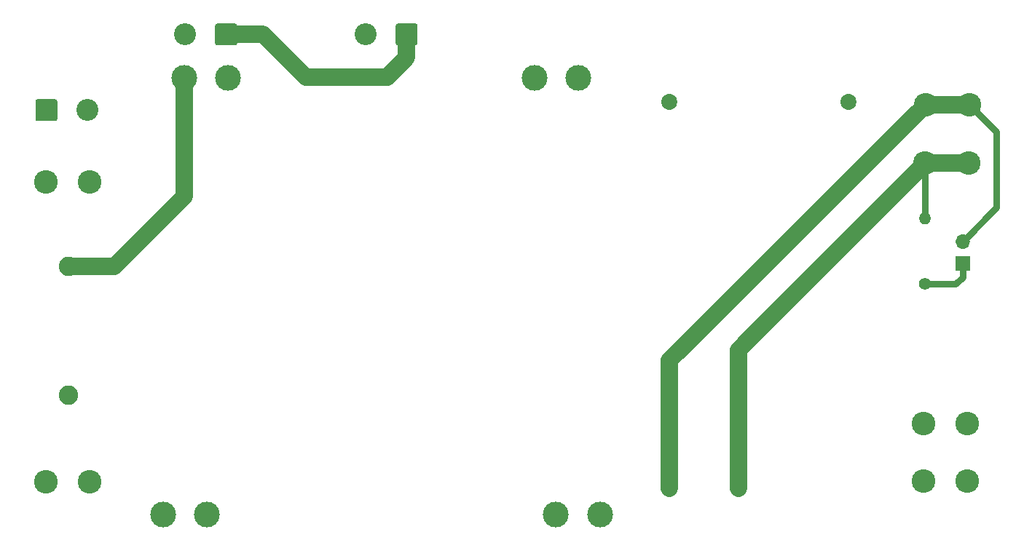
<source format=gbl>
G04 #@! TF.GenerationSoftware,KiCad,Pcbnew,(5.1.6)-1*
G04 #@! TF.CreationDate,2022-02-26T06:54:02-05:00*
G04 #@! TF.ProjectId,C64-PSU-NA,4336342d-5053-4552-9d4e-412e6b696361,rev?*
G04 #@! TF.SameCoordinates,Original*
G04 #@! TF.FileFunction,Copper,L2,Bot*
G04 #@! TF.FilePolarity,Positive*
%FSLAX46Y46*%
G04 Gerber Fmt 4.6, Leading zero omitted, Abs format (unit mm)*
G04 Created by KiCad (PCBNEW (5.1.6)-1) date 2022-02-26 06:54:02*
%MOMM*%
%LPD*%
G01*
G04 APERTURE LIST*
G04 #@! TA.AperFunction,ComponentPad*
%ADD10C,3.000000*%
G04 #@! TD*
G04 #@! TA.AperFunction,ComponentPad*
%ADD11C,2.250000*%
G04 #@! TD*
G04 #@! TA.AperFunction,ComponentPad*
%ADD12C,2.745000*%
G04 #@! TD*
G04 #@! TA.AperFunction,ComponentPad*
%ADD13R,1.700000X1.700000*%
G04 #@! TD*
G04 #@! TA.AperFunction,ComponentPad*
%ADD14O,1.700000X1.700000*%
G04 #@! TD*
G04 #@! TA.AperFunction,ComponentPad*
%ADD15C,1.860000*%
G04 #@! TD*
G04 #@! TA.AperFunction,ComponentPad*
%ADD16C,1.400000*%
G04 #@! TD*
G04 #@! TA.AperFunction,ComponentPad*
%ADD17O,1.400000X1.400000*%
G04 #@! TD*
G04 #@! TA.AperFunction,ComponentPad*
%ADD18C,2.550000*%
G04 #@! TD*
G04 #@! TA.AperFunction,Conductor*
%ADD19C,2.000000*%
G04 #@! TD*
G04 #@! TA.AperFunction,Conductor*
%ADD20C,0.750000*%
G04 #@! TD*
G04 APERTURE END LIST*
D10*
X96699400Y-121276800D03*
X101799400Y-121276800D03*
X142399400Y-121276800D03*
X147499400Y-121276800D03*
X144999400Y-70476800D03*
X139899400Y-70476800D03*
X104299400Y-70476800D03*
X99199400Y-70476800D03*
D11*
X85699600Y-107449000D03*
X85699600Y-92449000D03*
D12*
X83134200Y-117525800D03*
X88214200Y-117525800D03*
X88214200Y-82626200D03*
X83134200Y-82626200D03*
X185343800Y-80416400D03*
X190423800Y-80416400D03*
X190449200Y-73634600D03*
X185369200Y-73634600D03*
X185115200Y-117449600D03*
X190195200Y-117449600D03*
X190220600Y-110769400D03*
X185140600Y-110769400D03*
D13*
X189687200Y-92075000D03*
D14*
X189687200Y-89535000D03*
D15*
X163614400Y-118288200D03*
X155614400Y-118288200D03*
X176414400Y-73288200D03*
X155614400Y-73288200D03*
D16*
X185343800Y-94462600D03*
D17*
X185343800Y-86842600D03*
G04 #@! TA.AperFunction,ComponentPad*
G36*
G01*
X105338800Y-64430799D02*
X105338800Y-66480801D01*
G75*
G02*
X105088801Y-66730800I-249999J0D01*
G01*
X103038799Y-66730800D01*
G75*
G02*
X102788800Y-66480801I0J249999D01*
G01*
X102788800Y-64430799D01*
G75*
G02*
X103038799Y-64180800I249999J0D01*
G01*
X105088801Y-64180800D01*
G75*
G02*
X105338800Y-64430799I0J-249999D01*
G01*
G37*
G04 #@! TD.AperFunction*
D18*
X99263800Y-65455800D03*
X87959600Y-74269600D03*
G04 #@! TA.AperFunction,ComponentPad*
G36*
G01*
X81884600Y-75294601D02*
X81884600Y-73244599D01*
G75*
G02*
X82134599Y-72994600I249999J0D01*
G01*
X84184601Y-72994600D01*
G75*
G02*
X84434600Y-73244599I0J-249999D01*
G01*
X84434600Y-75294601D01*
G75*
G02*
X84184601Y-75544600I-249999J0D01*
G01*
X82134599Y-75544600D01*
G75*
G02*
X81884600Y-75294601I0J249999D01*
G01*
G37*
G04 #@! TD.AperFunction*
G04 #@! TA.AperFunction,ComponentPad*
G36*
G01*
X126319200Y-64430799D02*
X126319200Y-66480801D01*
G75*
G02*
X126069201Y-66730800I-249999J0D01*
G01*
X124019199Y-66730800D01*
G75*
G02*
X123769200Y-66480801I0J249999D01*
G01*
X123769200Y-64430799D01*
G75*
G02*
X124019199Y-64180800I249999J0D01*
G01*
X126069201Y-64180800D01*
G75*
G02*
X126319200Y-64430799I0J-249999D01*
G01*
G37*
G04 #@! TD.AperFunction*
X120244200Y-65455800D03*
D19*
X190423800Y-80416400D02*
X185343800Y-80416400D01*
X163614400Y-102145800D02*
X185343800Y-80416400D01*
X163614400Y-118288200D02*
X163614400Y-102145800D01*
D20*
X185343800Y-80416400D02*
X185343800Y-86842600D01*
D19*
X190449200Y-73634600D02*
X185369200Y-73634600D01*
X155614400Y-103389400D02*
X155614400Y-118288200D01*
X185369200Y-73634600D02*
X155614400Y-103389400D01*
D20*
X189687200Y-89535000D02*
X193598800Y-85623400D01*
X193598800Y-76784200D02*
X190449200Y-73634600D01*
X193598800Y-85623400D02*
X193598800Y-76784200D01*
X185343800Y-94462600D02*
X188899800Y-94462600D01*
X189687200Y-93675200D02*
X189687200Y-92075000D01*
X188899800Y-94462600D02*
X189687200Y-93675200D01*
D19*
X91040600Y-92449000D02*
X85699600Y-92449000D01*
X99199400Y-84290200D02*
X91040600Y-92449000D01*
X99199400Y-65520200D02*
X99263800Y-65455800D01*
X99199400Y-70476800D02*
X99199400Y-84290200D01*
X125044200Y-68173600D02*
X125044200Y-65455800D01*
X122783600Y-70434200D02*
X125044200Y-68173600D01*
X113334800Y-70434200D02*
X122783600Y-70434200D01*
X104063800Y-65455800D02*
X108356400Y-65455800D01*
X108356400Y-65455800D02*
X113334800Y-70434200D01*
M02*

</source>
